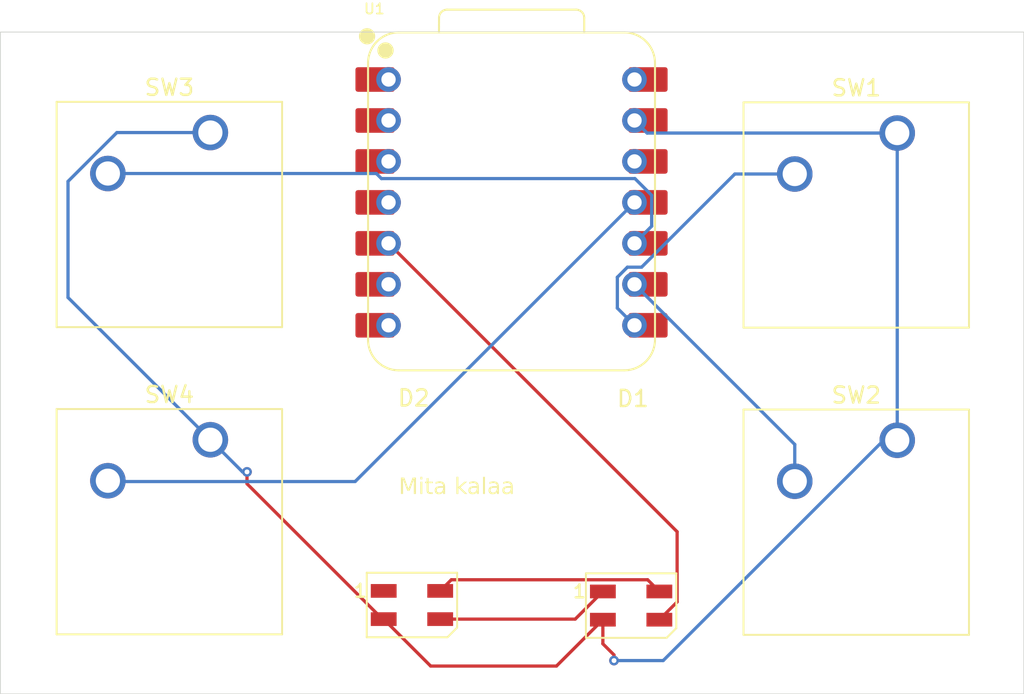
<source format=kicad_pcb>
(kicad_pcb (version 20241229) (generator "pcbnew") (generator_version "9.0")
  (layers (0 "F.Cu" signal) (2 "B.Cu" signal) (13 "F.Paste" user) (15 "B.Paste" user) (5 "F.SilkS" user "F.Silkscreen") (7 "B.SilkS" user "B.Silkscreen") (1 "F.Mask" user) (3 "B.Mask" user) (25 "Edge.Cuts" user))
  (net 0 "")
  (net 1 "GND")
  (net 2 "Net-(D1-DOUT)")
  (net 3 "+5V")
  (net 4 "Net-(D1-DIN)")
  (net 6 "Net-(U1-GPIO1{slash}RX)")
  (net 7 "Net-(U1-GPIO2{slash}SCK)")
  (net 8 "Net-(U1-GPIO4{slash}MISO)")
  (net 9 "Net-(U1-GPIO3{slash}MOSI)")
  (footprint "Button_Switch_Keyboard:SW_Cherry_MX_1.00u_PCB" (layer "F.Cu") (at 83.2 68.77)
    (property "Reference" "SW2" (at -2.54 -2.794 0) (layer "F.SilkS"))
    (property "Value" "SW_Push")
    (fp_line (start -9.525 -1.905) (end 4.445 -1.905) (stroke (width 0.12)) (layer "F.SilkS"))
    (fp_line (start -9.525 12.065) (end -9.525 -1.905) (stroke (width 0.12)) (layer "F.SilkS"))
    (fp_line (start 4.445 -1.905) (end 4.445 12.065) (stroke (width 0.12)) (layer "F.SilkS"))
    (fp_line (start 4.445 12.065) (end -9.525 12.065) (stroke (width 0.12)) (layer "F.SilkS"))
    (pad "" np_thru_hole circle (at -7.62 5.08) (size 1.7 1.7) (drill 1.7) (layers "*.Cu" "*.Mask"))
    (pad "" np_thru_hole circle (at -2.54 5.08) (size 4 4) (drill 4) (layers "*.Cu" "*.Mask"))
    (pad "" np_thru_hole circle (at 2.54 5.08) (size 1.7 1.7) (drill 1.7) (layers "*.Cu" "*.Mask"))
    (pad "1" thru_hole circle (at 0 0) (size 2.2 2.2) (drill 1.5) (layers "*.Cu" "*.Mask") (net 1 "GND"))
    (pad "2" thru_hole circle (at -6.35 2.54) (size 2.2 2.2) (drill 1.5) (layers "*.Cu" "*.Mask") (net 7 "Net-(U1-GPIO2{slash}SCK)"))
  )
  (footprint "Button_Switch_Keyboard:SW_Cherry_MX_1.00u_PCB" (layer "F.Cu") (at 40.64 68.73875)
    (property "Reference" "SW4" (at -2.54 -2.794 0) (layer "F.SilkS"))
    (property "Value" "SW_Push")
    (fp_line (start -9.525 -1.905) (end 4.445 -1.905) (stroke (width 0.12)) (layer "F.SilkS"))
    (fp_line (start -9.525 12.065) (end -9.525 -1.905) (stroke (width 0.12)) (layer "F.SilkS"))
    (fp_line (start 4.445 -1.905) (end 4.445 12.065) (stroke (width 0.12)) (layer "F.SilkS"))
    (fp_line (start 4.445 12.065) (end -9.525 12.065) (stroke (width 0.12)) (layer "F.SilkS"))
    (pad "" np_thru_hole circle (at -7.62 5.08) (size 1.7 1.7) (drill 1.7) (layers "*.Cu" "*.Mask"))
    (pad "" np_thru_hole circle (at -2.54 5.08) (size 4 4) (drill 4) (layers "*.Cu" "*.Mask"))
    (pad "" np_thru_hole circle (at 2.54 5.08) (size 1.7 1.7) (drill 1.7) (layers "*.Cu" "*.Mask"))
    (pad "1" thru_hole circle (at 0 0) (size 2.2 2.2) (drill 1.5) (layers "*.Cu" "*.Mask") (net 1 "GND"))
    (pad "2" thru_hole circle (at -6.35 2.54) (size 2.2 2.2) (drill 1.5) (layers "*.Cu" "*.Mask") (net 9 "Net-(U1-GPIO3{slash}MOSI)"))
  )
  (footprint "OPL:XIAO-RP2040-DIP" (layer "F.Cu") (at 59.3 54.02)
    (property "Reference" "U1" (at -8.5 -12 0) (layer "F.SilkS") (effects (font (size 0.635 0.635) (thickness 0.1016))))
    (property "Value" "XIAO-RP2040-DIP")
    (fp_line (start -8.89 8.509) (end -8.89 -8.636) (stroke (width 0.127)) (layer "F.SilkS"))
    (fp_line (start -6.985 10.414) (end 6.985 10.414) (stroke (width 0.127)) (layer "F.SilkS"))
    (fp_line (start -4.495 -10.541) (end -4.491272 -11.451272) (stroke (width 0.127)) (layer "F.SilkS"))
    (fp_line (start -3.991272 -11.951) (end 4.004 -11.951) (stroke (width 0.127)) (layer "F.SilkS"))
    (fp_line (start 4.504 -11.451) (end 4.504 -10.541) (stroke (width 0.127)) (layer "F.SilkS"))
    (fp_line (start 6.985 -10.541) (end -6.985 -10.541) (stroke (width 0.1)) (layer "F.SilkS"))
    (fp_line (start 6.985 -10.541) (end -6.985 -10.541) (stroke (width 0.127)) (layer "F.SilkS"))
    (fp_line (start 8.89 8.509) (end 8.89 -8.636) (stroke (width 0.127)) (layer "F.SilkS"))
    (fp_arc (start -8.89 -8.636) (mid -8.332038 -9.983038) (end -6.985 -10.541) (stroke (width 0.127)) (layer "F.SilkS"))
    (fp_arc (start -6.985 10.414) (mid -8.332038 9.856038) (end -8.89 8.509) (stroke (width 0.127)) (layer "F.SilkS"))
    (fp_arc (start -4.491272 -11.451272) (mid -4.344728 -11.80464) (end -3.991272 -11.951) (stroke (width 0.127)) (layer "F.SilkS"))
    (fp_arc (start 4.004 -11.951) (mid 4.357553 -11.804553) (end 4.504 -11.451) (stroke (width 0.127)) (layer "F.SilkS"))
    (fp_arc (start 6.985 -10.541) (mid 8.332038 -9.983038) (end 8.89 -8.636) (stroke (width 0.127)) (layer "F.SilkS"))
    (fp_arc (start 8.89 8.509) (mid 8.332038 9.856038) (end 6.985 10.414) (stroke (width 0.127)) (layer "F.SilkS"))
    (fp_circle (center -8.95 -10.3) (end -8.95 -10.554) (stroke (width 0.5)) (fill yes) (layer "F.SilkS"))
    (fp_circle (center -7.807 -9.42) (end -7.807 -9.674) (stroke (width 0.5)) (fill yes) (layer "F.SilkS"))
    (pad "1" smd roundrect (at -8.455 -7.62 180) (size 2.432 1.524) (layers "F.Cu" "F.Mask") (roundrect_rratio 0.1))
    (pad "1" thru_hole circle (at -7.62 -7.62 180) (size 1.524 1.524) (drill 0.889) (layers "*.Cu" "*.Mask"))
    (pad "2" smd roundrect (at -8.455 -5.08 180) (size 2.432 1.524) (layers "F.Cu" "F.Mask") (roundrect_rratio 0.1))
    (pad "2" thru_hole circle (at -7.62 -5.08 180) (size 1.524 1.524) (drill 0.889) (layers "*.Cu" "*.Mask"))
    (pad "3" smd roundrect (at -8.455 -2.54 180) (size 2.432 1.524) (layers "F.Cu" "F.Mask") (roundrect_rratio 0.1))
    (pad "3" thru_hole circle (at -7.62 -2.54 180) (size 1.524 1.524) (drill 0.889) (layers "*.Cu" "*.Mask"))
    (pad "4" smd roundrect (at -8.455 0 180) (size 2.432 1.524) (layers "F.Cu" "F.Mask") (roundrect_rratio 0.1))
    (pad "4" thru_hole circle (at -7.62 0 180) (size 1.524 1.524) (drill 0.889) (layers "*.Cu" "*.Mask"))
    (pad "5" smd roundrect (at -8.455 2.54 180) (size 2.432 1.524) (layers "F.Cu" "F.Mask") (roundrect_rratio 0.1) (net 4 "Net-(D1-DIN)"))
    (pad "5" thru_hole circle (at -7.62 2.54 180) (size 1.524 1.524) (drill 0.889) (layers "*.Cu" "*.Mask") (net 4 "Net-(D1-DIN)"))
    (pad "6" smd roundrect (at -8.455 5.08 180) (size 2.432 1.524) (layers "F.Cu" "F.Mask") (roundrect_rratio 0.1))
    (pad "6" thru_hole circle (at -7.62 5.08 180) (size 1.524 1.524) (drill 0.889) (layers "*.Cu" "*.Mask"))
    (pad "7" smd roundrect (at -8.455 7.62 180) (size 2.432 1.524) (layers "F.Cu" "F.Mask") (roundrect_rratio 0.1))
    (pad "7" thru_hole circle (at -7.62 7.62 180) (size 1.524 1.524) (drill 0.889) (layers "*.Cu" "*.Mask"))
    (pad "8" thru_hole circle (at 7.62 7.62) (size 1.524 1.524) (drill 0.889) (layers "*.Cu" "*.Mask") (net 6 "Net-(U1-GPIO1{slash}RX)"))
    (pad "8" smd roundrect (at 8.455 7.62) (size 2.432 1.524) (layers "F.Cu" "F.Mask") (roundrect_rratio 0.1) (net 6 "Net-(U1-GPIO1{slash}RX)"))
    (pad "9" thru_hole circle (at 7.62 5.08) (size 1.524 1.524) (drill 0.889) (layers "*.Cu" "*.Mask") (net 7 "Net-(U1-GPIO2{slash}SCK)"))
    (pad "9" smd roundrect (at 8.455 5.08) (size 2.432 1.524) (layers "F.Cu" "F.Mask") (roundrect_rratio 0.1) (net 7 "Net-(U1-GPIO2{slash}SCK)"))
    (pad "10" thru_hole circle (at 7.62 2.54) (size 1.524 1.524) (drill 0.889) (layers "*.Cu" "*.Mask") (net 8 "Net-(U1-GPIO4{slash}MISO)"))
    (pad "10" smd roundrect (at 8.455 2.54) (size 2.432 1.524) (layers "F.Cu" "F.Mask") (roundrect_rratio 0.1) (net 8 "Net-(U1-GPIO4{slash}MISO)"))
    (pad "11" thru_hole circle (at 7.62 0) (size 1.524 1.524) (drill 0.889) (layers "*.Cu" "*.Mask") (net 9 "Net-(U1-GPIO3{slash}MOSI)"))
    (pad "11" smd roundrect (at 8.455 0) (size 2.432 1.524) (layers "F.Cu" "F.Mask") (roundrect_rratio 0.1) (net 9 "Net-(U1-GPIO3{slash}MOSI)"))
    (pad "12" thru_hole circle (at 7.62 -2.54) (size 1.524 1.524) (drill 0.889) (layers "*.Cu" "*.Mask"))
    (pad "12" smd roundrect (at 8.455 -2.54) (size 2.432 1.524) (layers "F.Cu" "F.Mask") (roundrect_rratio 0.1))
    (pad "13" thru_hole circle (at 7.62 -5.08) (size 1.524 1.524) (drill 0.889) (layers "*.Cu" "*.Mask") (net 1 "GND"))
    (pad "13" smd roundrect (at 8.455 -5.08) (size 2.432 1.524) (layers "F.Cu" "F.Mask") (roundrect_rratio 0.1) (net 1 "GND"))
    (pad "14" thru_hole circle (at 7.62 -7.62) (size 1.524 1.524) (drill 0.889) (layers "*.Cu" "*.Mask") (net 3 "+5V"))
    (pad "14" smd roundrect (at 8.455 -7.62) (size 2.432 1.524) (layers "F.Cu" "F.Mask") (roundrect_rratio 0.1) (net 3 "+5V"))
  )
  (footprint "Button_Switch_Keyboard:SW_Cherry_MX_1.00u_PCB" (layer "F.Cu") (at 83.2 49.72)
    (property "Reference" "SW1" (at -2.54 -2.794 0) (layer "F.SilkS"))
    (property "Value" "SW_Push")
    (fp_line (start -9.525 -1.905) (end 4.445 -1.905) (stroke (width 0.12)) (layer "F.SilkS"))
    (fp_line (start -9.525 12.065) (end -9.525 -1.905) (stroke (width 0.12)) (layer "F.SilkS"))
    (fp_line (start 4.445 -1.905) (end 4.445 12.065) (stroke (width 0.12)) (layer "F.SilkS"))
    (fp_line (start 4.445 12.065) (end -9.525 12.065) (stroke (width 0.12)) (layer "F.SilkS"))
    (pad "" np_thru_hole circle (at -7.62 5.08) (size 1.7 1.7) (drill 1.7) (layers "*.Cu" "*.Mask"))
    (pad "" np_thru_hole circle (at -2.54 5.08) (size 4 4) (drill 4) (layers "*.Cu" "*.Mask"))
    (pad "" np_thru_hole circle (at 2.54 5.08) (size 1.7 1.7) (drill 1.7) (layers "*.Cu" "*.Mask"))
    (pad "1" thru_hole circle (at 0 0) (size 2.2 2.2) (drill 1.5) (layers "*.Cu" "*.Mask") (net 1 "GND"))
    (pad "2" thru_hole circle (at -6.35 2.54) (size 2.2 2.2) (drill 1.5) (layers "*.Cu" "*.Mask") (net 6 "Net-(U1-GPIO1{slash}RX)"))
  )
  (footprint "LED_SMD:LED_SK6812MINI_PLCC4_3.5x3.5mm_P1.75mm" (layer "F.Cu") (at 53.13 78.985)
    (property "Reference" "D2" (at 0.11 -12.83 0) (layer "F.SilkS"))
    (property "Value" "SK6812MINI")
    (fp_line (start -2.8 -2) (end -2.8 2) (stroke (width 0.12)) (layer "F.SilkS"))
    (fp_line (start -2.8 -2) (end 2.8 -2) (stroke (width 0.12)) (layer "F.SilkS"))
    (fp_line (start -2.8 2) (end 2.2 2) (stroke (width 0.12)) (layer "F.SilkS"))
    (fp_line (start 2.8 1.4) (end 2.2 2) (stroke (width 0.12)) (layer "F.SilkS"))
    (fp_line (start 2.8 1.4) (end 2.8 -2) (stroke (width 0.12)) (layer "F.SilkS"))
    (fp_text user "1" (at -3.2 -0.875 0) (layer "F.SilkS") (effects (font (size 0.8 0.8))))
    (pad "1" smd rect (at -1.75 -0.875) (size 1.6 0.85) (layers "F.Cu" "F.Mask" "F.Paste"))
    (pad "2" smd rect (at -1.75 0.875) (size 1.6 0.85) (layers "F.Cu" "F.Mask" "F.Paste") (net 1 "GND"))
    (pad "3" smd rect (at 1.75 0.875) (size 1.6 0.85) (layers "F.Cu" "F.Mask" "F.Paste") (net 2 "Net-(D1-DOUT)"))
    (pad "4" smd rect (at 1.75 -0.875) (size 1.6 0.85) (layers "F.Cu" "F.Mask" "F.Paste") (net 3 "+5V"))
  )
  (footprint "LED_SMD:LED_SK6812MINI_PLCC4_3.5x3.5mm_P1.75mm" (layer "F.Cu") (at 66.71 79.02)
    (property "Reference" "D1" (at 0.11 -12.83 0) (layer "F.SilkS"))
    (property "Value" "SK6812MINI")
    (fp_line (start -2.8 -2) (end -2.8 2) (stroke (width 0.12)) (layer "F.SilkS"))
    (fp_line (start -2.8 -2) (end 2.8 -2) (stroke (width 0.12)) (layer "F.SilkS"))
    (fp_line (start -2.8 2) (end 2.2 2) (stroke (width 0.12)) (layer "F.SilkS"))
    (fp_line (start 2.8 1.4) (end 2.2 2) (stroke (width 0.12)) (layer "F.SilkS"))
    (fp_line (start 2.8 1.4) (end 2.8 -2) (stroke (width 0.12)) (layer "F.SilkS"))
    (fp_text user "1" (at -3.2 -0.875 0) (layer "F.SilkS") (effects (font (size 0.8 0.8))))
    (pad "1" smd rect (at -1.75 -0.875) (size 1.6 0.85) (layers "F.Cu" "F.Mask" "F.Paste") (net 2 "Net-(D1-DOUT)"))
    (pad "2" smd rect (at -1.75 0.875) (size 1.6 0.85) (layers "F.Cu" "F.Mask" "F.Paste") (net 1 "GND"))
    (pad "3" smd rect (at 1.75 0.875) (size 1.6 0.85) (layers "F.Cu" "F.Mask" "F.Paste") (net 4 "Net-(D1-DIN)"))
    (pad "4" smd rect (at 1.75 -0.875) (size 1.6 0.85) (layers "F.Cu" "F.Mask" "F.Paste") (net 3 "+5V"))
  )
  (footprint "Button_Switch_Keyboard:SW_Cherry_MX_1.00u_PCB" (layer "F.Cu") (at 40.64 49.68875)
    (property "Reference" "SW3" (at -2.54 -2.794 0) (layer "F.SilkS"))
    (property "Value" "SW_Push")
    (fp_line (start -9.525 -1.905) (end 4.445 -1.905) (stroke (width 0.12)) (layer "F.SilkS"))
    (fp_line (start -9.525 12.065) (end -9.525 -1.905) (stroke (width 0.12)) (layer "F.SilkS"))
    (fp_line (start 4.445 -1.905) (end 4.445 12.065) (stroke (width 0.12)) (layer "F.SilkS"))
    (fp_line (start 4.445 12.065) (end -9.525 12.065) (stroke (width 0.12)) (layer "F.SilkS"))
    (pad "" np_thru_hole circle (at -7.62 5.08) (size 1.7 1.7) (drill 1.7) (layers "*.Cu" "*.Mask"))
    (pad "" np_thru_hole circle (at -2.54 5.08) (size 4 4) (drill 4) (layers "*.Cu" "*.Mask"))
    (pad "" np_thru_hole circle (at 2.54 5.08) (size 1.7 1.7) (drill 1.7) (layers "*.Cu" "*.Mask"))
    (pad "1" thru_hole circle (at 0 0) (size 2.2 2.2) (drill 1.5) (layers "*.Cu" "*.Mask") (net 1 "GND"))
    (pad "2" thru_hole circle (at -6.35 2.54) (size 2.2 2.2) (drill 1.5) (layers "*.Cu" "*.Mask") (net 8 "Net-(U1-GPIO4{slash}MISO)"))
  )
  (gr_rect (start 27.63 43.46) (end 91.04 84.49) (stroke (width 0.05)) (fill no) (layer "Edge.Cuts"))
  (gr_text "Mita kalaa" (at 52.31 72.27 0) (layer "F.SilkS") (effects (font (size 1 1) (thickness 0.1)) (justify left bottom)))
  (segment (start 54.29 82.77) (end 51.38 79.86) (width 0.2) (layer "F.Cu") (net 1))
  (segment (start 42.91 71.467) (end 51.303 79.86) (width 0.2) (layer "F.Cu") (net 1))
  (segment (start 42.91 70.73) (end 42.91 71.467) (width 0.2) (layer "F.Cu") (net 1))
  (segment (start 64.96 81.39) (end 64.96 79.895) (width 0.2) (layer "F.Cu") (net 1))
  (segment (start 65.65 82.08) (end 64.96 81.39) (width 0.2) (layer "F.Cu") (net 1))
  (segment (start 62.085 82.77) (end 54.29 82.77) (width 0.2) (layer "F.Cu") (net 1))
  (segment (start 51.303 79.86) (end 51.38 79.86) (width 0.2) (layer "F.Cu") (net 1))
  (segment (start 64.96 79.895) (end 62.085 82.77) (width 0.2) (layer "F.Cu") (net 1))
  (segment (start 65.65 82.43) (end 65.65 82.08) (width 0.2) (layer "F.Cu") (net 1))
  (via (at 42.91 70.73) (size 0.6) (drill 0.3) (layers "F.Cu" "B.Cu") (net 1))
  (via (at 65.65 82.43) (size 0.6) (drill 0.3) (layers "F.Cu" "B.Cu") (net 1))
  (segment (start 40.64 49.68875) (end 34.848686 49.68875) (width 0.2) (layer "B.Cu") (net 1))
  (segment (start 83.2 68.77) (end 82.35847 68.77) (width 0.2) (layer "B.Cu") (net 1))
  (segment (start 67.7 49.72) (end 66.92 48.94) (width 0.2) (layer "B.Cu") (net 1))
  (segment (start 31.819 52.718436) (end 31.819 59.91775) (width 0.2) (layer "B.Cu") (net 1))
  (segment (start 42.63125 70.73) (end 42.91 70.73) (width 0.2) (layer "B.Cu") (net 1))
  (segment (start 68.69847 82.43) (end 65.65 82.43) (width 0.2) (layer "B.Cu") (net 1))
  (segment (start 34.848686 49.68875) (end 31.819 52.718436) (width 0.2) (layer "B.Cu") (net 1))
  (segment (start 83.2 49.72) (end 67.7 49.72) (width 0.2) (layer "B.Cu") (net 1))
  (segment (start 40.64 68.73875) (end 42.63125 70.73) (width 0.2) (layer "B.Cu") (net 1))
  (segment (start 82.35847 68.77) (end 68.69847 82.43) (width 0.2) (layer "B.Cu") (net 1))
  (segment (start 83.2 68.77) (end 83.2 49.72) (width 0.2) (layer "B.Cu") (net 1))
  (segment (start 31.819 59.91775) (end 40.64 68.73875) (width 0.2) (layer "B.Cu") (net 1))
  (segment (start 54.88 79.86) (end 63.245 79.86) (width 0.2) (layer "F.Cu") (net 2))
  (segment (start 63.245 79.86) (end 64.96 78.145) (width 0.2) (layer "F.Cu") (net 2))
  (segment (start 68.46 78.145) (end 67.734 77.419) (width 0.2) (layer "F.Cu") (net 3))
  (segment (start 55.571 77.419) (end 54.88 78.11) (width 0.2) (layer "F.Cu") (net 3))
  (segment (start 67.734 77.419) (end 55.571 77.419) (width 0.2) (layer "F.Cu") (net 3))
  (segment (start 69.561 78.794) (end 69.561 74.441) (width 0.2) (layer "F.Cu") (net 4))
  (segment (start 69.561 74.441) (end 51.68 56.56) (width 0.2) (layer "F.Cu") (net 4))
  (segment (start 68.46 79.895) (end 69.561 78.794) (width 0.2) (layer "F.Cu") (net 4))
  (segment (start 73.13731 52.26) (end 67.36031 58.037) (width 0.2) (layer "B.Cu") (net 6))
  (segment (start 76.85 52.26) (end 73.13731 52.26) (width 0.2) (layer "B.Cu") (net 6))
  (segment (start 66.47969 58.037) (end 65.857 58.65969) (width 0.2) (layer "B.Cu") (net 6))
  (segment (start 65.857 58.65969) (end 65.857 60.577) (width 0.2) (layer "B.Cu") (net 6))
  (segment (start 65.857 60.577) (end 66.92 61.64) (width 0.2) (layer "B.Cu") (net 6))
  (segment (start 67.36031 58.037) (end 66.47969 58.037) (width 0.2) (layer "B.Cu") (net 6))
  (segment (start 76.85 69.03) (end 66.92 59.1) (width 0.2) (layer "B.Cu") (net 7))
  (segment (start 76.85 71.31) (end 76.85 69.03) (width 0.2) (layer "B.Cu") (net 7))
  (segment (start 50.92544 52.22875) (end 51.23969 52.543) (width 0.2) (layer "B.Cu") (net 8))
  (segment (start 67.983 53.57969) (end 67.983 55.497) (width 0.2) (layer "B.Cu") (net 8))
  (segment (start 51.23969 52.543) (end 66.94631 52.543) (width 0.2) (layer "B.Cu") (net 8))
  (segment (start 34.29 52.22875) (end 50.92544 52.22875) (width 0.2) (layer "B.Cu") (net 8))
  (segment (start 66.94631 52.543) (end 67.983 53.57969) (width 0.2) (layer "B.Cu") (net 8))
  (segment (start 67.983 55.497) (end 66.92 56.56) (width 0.2) (layer "B.Cu") (net 8))
  (segment (start 34.51875 71.27875) (end 34.57 71.33) (width 0.2) (layer "B.Cu") (net 9))
  (segment (start 34.29 71.27875) (end 34.51875 71.27875) (width 0.2) (layer "B.Cu") (net 9))
  (segment (start 49.61 71.33) (end 66.92 54.02) (width 0.2) (layer "B.Cu") (net 9))
  (segment (start 34.57 71.33) (end 49.61 71.33) (width 0.2) (layer "B.Cu") (net 9))
)
</source>
